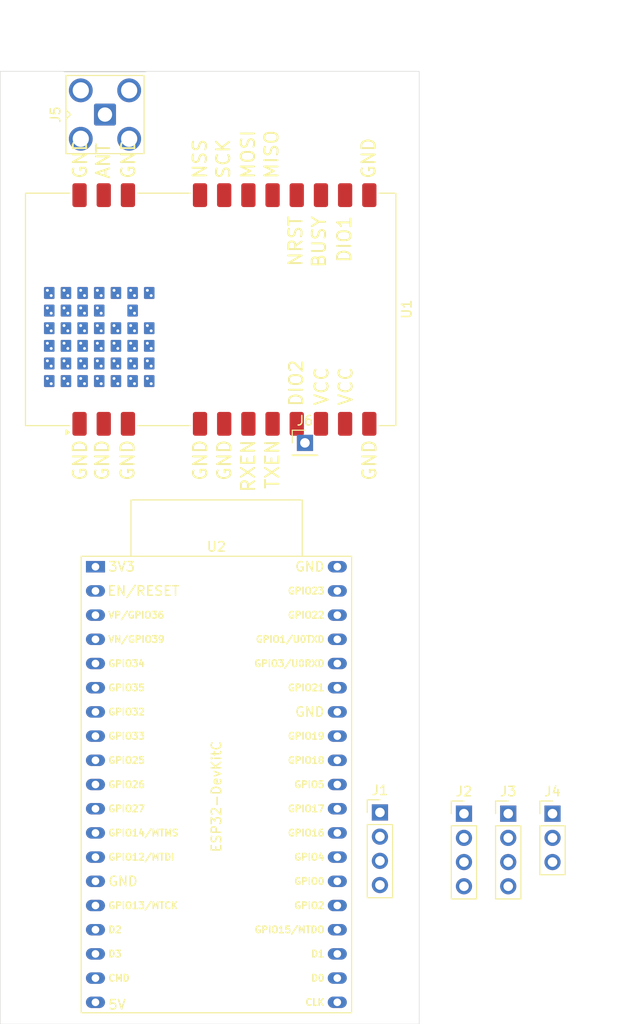
<source format=kicad_pcb>
(kicad_pcb (version 20240108) (generator "pcbnew") (generator_version "8.0")
  (layers (0 "F.Cu" signal) (31 "B.Cu" signal) (34 "B.Paste" user) (35 "F.Paste" user) (36 "B.SilkS" user "B.Silkscreen") (37 "F.SilkS" user "F.Silkscreen") (38 "B.Mask" user) (39 "F.Mask" user) (44 "Edge.Cuts" user))
  (net 0 "")
  (net 1 "GPS_TX")
  (net 2 "+3.3V")
  (net 3 "GND")
  (net 4 "GPS_RX")
  (net 5 "SDA")
  (net 6 "SCL")
  (net 7 "ONEWIRE")
  (net 9 "E22_BUSY")
  (net 10 "E22_RXEN")
  (net 11 "Net-(J5-In)")
  (net 12 "E22_NRST")
  (net 13 "Net-(J6-Pin_1)")
  (net 14 "MISO")
  (net 15 "MOSI")
  (net 16 "E22_SCK")
  (net 17 "+5V")
  (net 18 "E22_TXEN")
  (net 20 "E22_DIO1")
  (net 21 "E22_NSS")
  (net 28 "Net-(U2-MTDI{slash}GPIO12{slash}ADC2_CH5)")
  (footprint "Connector_PinHeader_2.54mm:PinHeader_1x03_P2.54mm_Vertical" (layer "F.Cu") (at 172 121.92)
    (property "Reference" "J4" (at 0 -2.33 0) (layer "F.SilkS"))
    (property "Value" "Conn_01x03_Socket")
    (fp_line (start -1.33 -1.33) (end 0 -1.33) (stroke (width 0.12)) (layer "F.SilkS"))
    (fp_line (start -1.33 0) (end -1.33 -1.33) (stroke (width 0.12)) (layer "F.SilkS"))
    (fp_line (start -1.33 1.27) (end -1.33 6.41) (stroke (width 0.12)) (layer "F.SilkS"))
    (fp_line (start -1.33 1.27) (end 1.33 1.27) (stroke (width 0.12)) (layer "F.SilkS"))
    (fp_line (start -1.33 6.41) (end 1.33 6.41) (stroke (width 0.12)) (layer "F.SilkS"))
    (fp_line (start 1.33 1.27) (end 1.33 6.41) (stroke (width 0.12)) (layer "F.SilkS"))
    (pad "1" thru_hole rect (at 0 0) (size 1.7 1.7) (drill 1) (layers "*.Cu" "*.Mask") (net 2 "+3.3V"))
    (pad "2" thru_hole oval (at 0 2.54) (size 1.7 1.7) (drill 1) (layers "*.Cu" "*.Mask") (net 3 "GND"))
    (pad "3" thru_hole oval (at 0 5.08) (size 1.7 1.7) (drill 1) (layers "*.Cu" "*.Mask") (net 7 "ONEWIRE"))
  )
  (footprint "Connector_PinHeader_2.54mm:PinHeader_1x04_P2.54mm_Vertical" (layer "F.Cu") (at 162.7 121.92)
    (property "Reference" "J2" (at 0 -2.33 0) (layer "F.SilkS"))
    (property "Value" "Conn_01x04_Socket")
    (fp_line (start -1.33 -1.33) (end 0 -1.33) (stroke (width 0.12)) (layer "F.SilkS"))
    (fp_line (start -1.33 0) (end -1.33 -1.33) (stroke (width 0.12)) (layer "F.SilkS"))
    (fp_line (start -1.33 1.27) (end -1.33 8.95) (stroke (width 0.12)) (layer "F.SilkS"))
    (fp_line (start -1.33 1.27) (end 1.33 1.27) (stroke (width 0.12)) (layer "F.SilkS"))
    (fp_line (start -1.33 8.95) (end 1.33 8.95) (stroke (width 0.12)) (layer "F.SilkS"))
    (fp_line (start 1.33 1.27) (end 1.33 8.95) (stroke (width 0.12)) (layer "F.SilkS"))
    (pad "1" thru_hole rect (at 0 0) (size 1.7 1.7) (drill 1) (layers "*.Cu" "*.Mask") (net 2 "+3.3V"))
    (pad "2" thru_hole oval (at 0 2.54) (size 1.7 1.7) (drill 1) (layers "*.Cu" "*.Mask") (net 3 "GND"))
    (pad "3" thru_hole oval (at 0 5.08) (size 1.7 1.7) (drill 1) (layers "*.Cu" "*.Mask") (net 6 "SCL"))
    (pad "4" thru_hole oval (at 0 7.62) (size 1.7 1.7) (drill 1) (layers "*.Cu" "*.Mask") (net 5 "SDA"))
  )
  (footprint "Connector_PinHeader_2.54mm:PinHeader_1x04_P2.54mm_Vertical" (layer "F.Cu") (at 167.35 121.92)
    (property "Reference" "J3" (at 0 -2.33 0) (layer "F.SilkS"))
    (property "Value" "Conn_01x04_Socket")
    (fp_line (start -1.33 -1.33) (end 0 -1.33) (stroke (width 0.12)) (layer "F.SilkS"))
    (fp_line (start -1.33 0) (end -1.33 -1.33) (stroke (width 0.12)) (layer "F.SilkS"))
    (fp_line (start -1.33 1.27) (end -1.33 8.95) (stroke (width 0.12)) (layer "F.SilkS"))
    (fp_line (start -1.33 1.27) (end 1.33 1.27) (stroke (width 0.12)) (layer "F.SilkS"))
    (fp_line (start -1.33 8.95) (end 1.33 8.95) (stroke (width 0.12)) (layer "F.SilkS"))
    (fp_line (start 1.33 1.27) (end 1.33 8.95) (stroke (width 0.12)) (layer "F.SilkS"))
    (pad "1" thru_hole rect (at 0 0) (size 1.7 1.7) (drill 1) (layers "*.Cu" "*.Mask") (net 2 "+3.3V"))
    (pad "2" thru_hole oval (at 0 2.54) (size 1.7 1.7) (drill 1) (layers "*.Cu" "*.Mask") (net 3 "GND"))
    (pad "3" thru_hole oval (at 0 5.08) (size 1.7 1.7) (drill 1) (layers "*.Cu" "*.Mask") (net 6 "SCL"))
    (pad "4" thru_hole oval (at 0 7.62) (size 1.7 1.7) (drill 1) (layers "*.Cu" "*.Mask") (net 5 "SDA"))
  )
  (footprint "Connector_PinHeader_2.54mm:PinHeader_1x01_P2.54mm_Vertical" (layer "F.Cu") (at 146 83)
    (property "Reference" "J6" (at 0 -2.33 0) (layer "F.SilkS"))
    (property "Value" "Conn_01x01_Socket")
    (fp_line (start -1.33 -1.33) (end 0 -1.33) (stroke (width 0.12)) (layer "F.SilkS"))
    (fp_line (start -1.33 0) (end -1.33 -1.33) (stroke (width 0.12)) (layer "F.SilkS"))
    (fp_line (start -1.33 1.27) (end -1.33 1.33) (stroke (width 0.12)) (layer "F.SilkS"))
    (fp_line (start -1.33 1.27) (end 1.33 1.27) (stroke (width 0.12)) (layer "F.SilkS"))
    (fp_line (start -1.33 1.33) (end 1.33 1.33) (stroke (width 0.12)) (layer "F.SilkS"))
    (fp_line (start 1.33 1.27) (end 1.33 1.33) (stroke (width 0.12)) (layer "F.SilkS"))
    (pad "1" thru_hole rect (at 0 0) (size 1.7 1.7) (drill 1) (layers "*.Cu" "*.Mask") (net 13 "Net-(J6-Pin_1)"))
  )
  (footprint "Connector_Coaxial:SMA_Amphenol_901-143_Horizontal" (layer "F.Cu") (at 125 48.54)
    (property "Reference" "J5" (at -5.2 0 90) (layer "F.SilkS"))
    (property "Value" "SMA")
    (fp_line (start -4.1 -4.1) (end -4.1 4.1) (stroke (width 0.12)) (layer "F.SilkS"))
    (fp_line (start -4.1 -4.1) (end 4.1 -4.1) (stroke (width 0.12)) (layer "F.SilkS"))
    (fp_line (start -4.1 0.5) (end -3.6 0) (stroke (width 0.12)) (layer "F.SilkS"))
    (fp_line (start -4.1 4.1) (end 4.1 4.1) (stroke (width 0.12)) (layer "F.SilkS"))
    (fp_line (start -3.6 0) (end -4.1 -0.5) (stroke (width 0.12)) (layer "F.SilkS"))
    (fp_line (start 4.1 -4.1) (end 4.1 4.1) (stroke (width 0.12)) (layer "F.SilkS"))
    (fp_line (start 4.3 -4.5) (end -4.3 -4.5) (stroke (width 0.1)) (layer "Edge.Cuts"))
    (pad "1" thru_hole roundrect (at 0 0) (size 2.3 2.3) (drill 1.5) (layers "*.Cu" "*.Mask") (roundrect_rratio 0.087) (net 11 "Net-(J5-In)"))
    (pad "2" thru_hole circle (at -2.54 -2.54) (size 2.5 2.5) (drill 1.7) (layers "*.Cu" "*.Mask"))
    (pad "2" thru_hole circle (at -2.54 2.54) (size 2.5 2.5) (drill 1.7) (layers "*.Cu" "*.Mask"))
    (pad "2" thru_hole circle (at 2.54 -2.54) (size 2.5 2.5) (drill 1.7) (layers "*.Cu" "*.Mask"))
    (pad "2" thru_hole circle (at 2.54 2.54) (size 2.5 2.5) (drill 1.7) (layers "*.Cu" "*.Mask"))
  )
  (footprint "E22:E22-400M33S" (layer "F.Cu") (at 133.1 68.99 90)
    (property "Reference" "U1" (at 0.02 23.58 90) (layer "F.SilkS"))
    (property "Value" "E22-40033S")
    (fp_line (start 12.2 -16.45) (end -12.2 -16.45) (stroke (width 0.12)) (layer "F.SilkS"))
    (fp_line (start 12.2 -11.8) (end 12.2 -16.45) (stroke (width 0.12)) (layer "F.SilkS"))
    (fp_line (start -12.2 -11.8) (end -12.2 -16.45) (stroke (width 0.12)) (layer "F.SilkS"))
    (fp_line (start 12.2 0.85) (end 12.2 -4.65) (stroke (width 0.12)) (layer "F.SilkS"))
    (fp_line (start -12.2 0.85) (end -12.2 -4.65) (stroke (width 0.12)) (layer "F.SilkS"))
    (fp_line (start 12.2 20.7) (end 12.2 22.45) (stroke (width 0.12)) (layer "F.SilkS"))
    (fp_line (start -12.2 20.7) (end -12.2 22.45) (stroke (width 0.12)) (layer "F.SilkS"))
    (fp_line (start 12.2 22.45) (end -12.2 22.45) (stroke (width 0.12)) (layer "F.SilkS"))
    (fp_poly (pts (xy -12.9 -11.85) (xy -13.14 -12.186) (xy -12.66 -12.186) (xy -12.9 -11.85)) (stroke (width 0.12)) (fill solid) (layer "F.SilkS"))
    (fp_text user "MISO" (at 13.6 10.2063 90) (layer "F.SilkS") (effects (font (size 1.4 1.4) (thickness 0.2)) (justify left bottom)))
    (fp_text user "VCC" (at -10.2 18 90) (layer "F.SilkS") (effects (font (size 1.4 1.4) (thickness 0.2)) (justify left bottom)))
    (fp_text user "GND" (at -18.1 5.25135 90) (layer "F.SilkS") (effects (font (size 1.4 1.4) (thickness 0.2)) (justify left bottom)))
    (fp_text user "RXEN" (at -19.3 7.75447 90) (layer "F.SilkS") (effects (font (size 1.4 1.4) (thickness 0.2)) (justify left bottom)))
    (fp_text user "NRST" (at 4.4 12.73113 90) (layer "F.SilkS") (effects (font (size 1.4 1.4) (thickness 0.2)) (justify left bottom)))
    (fp_text user "NSS" (at 13.6 2.67582 90) (layer "F.SilkS") (effects (font (size 1.4 1.4) (thickness 0.2)) (justify left bottom)))
    (fp_text user "GND" (at 13.6 20.404 90) (layer "F.SilkS") (effects (font (size 1.4 1.4) (thickness 0.2)) (justify left bottom)))
    (fp_text user "TXEN" (at -18.966667 10.2876 90) (layer "F.SilkS") (effects (font (size 1.4 1.4) (thickness 0.2)) (justify left bottom)))
    (fp_text user "GND" (at -18.1 -4.9044 90) (layer "F.SilkS") (effects (font (size 1.4 1.4) (thickness 0.2)) (justify left bottom)))
    (fp_text user "DIO2" (at -10.3 12.8 90) (layer "F.SilkS") (effects (font (size 1.4 1.4) (thickness 0.2)) (justify left bottom)))
    (fp_text user "DIO1" (at 4.8 17.85678 90) (layer "F.SilkS") (effects (font (size 1.4 1.4) (thickness 0.2)) (justify left bottom)))
    (fp_text user "VCC" (at -10.2 15.46687 90) (layer "F.SilkS") (effects (font (size 1.4 1.4) (thickness 0.2)) (justify left bottom)))
    (fp_text user "MOSI" (at 13.6 7.74147 90) (layer "F.SilkS") (effects (font (size 1.4 1.4) (thickness 0.2)) (justify left bottom)))
    (fp_text user "GND" (at -18.1 -7.5775 90) (layer "F.SilkS") (effects (font (size 1.4 1.4) (thickness 0.2)) (justify left bottom)))
    (fp_text user "GND" (at 13.6 -9.9 90) (layer "F.SilkS") (effects (font (size 1.4 1.4) (thickness 0.2)) (justify left bottom)))
    (fp_text user "ANT" (at 13.6 -7.47273 90) (layer "F.SilkS") (effects (font (size 1.4 1.4) (thickness 0.2)) (justify left bottom)))
    (fp_text user "BUSY" (at 4.266667 15.19595 90) (layer "F.SilkS") (effects (font (size 1.4 1.4) (thickness 0.2)) (justify left bottom)))
    (fp_text user "GND" (at -18.1 20.49511 90) (layer "F.SilkS") (effects (font (size 1.4 1.4) (thickness 0.2)) (justify left bottom)))
    (fp_text user "GND" (at 13.6 -4.8314 90) (layer "F.SilkS") (effects (font (size 1.4 1.4) (thickness 0.2)) (justify left bottom)))
    (fp_text user "SCK" (at 13.6 5.14065 90) (layer "F.SilkS") (effects (font (size 1.4 1.4) (thickness 0.2)) (justify left bottom)))
    (fp_text user "GND" (at -18.1 2.71822 90) (layer "F.SilkS") (effects (font (size 1.4 1.4) (thickness 0.2)) (justify left bottom)))
    (fp_text user "GND" (at -18.1 -9.9 90) (layer "F.SilkS") (effects (font (size 1.4 1.4) (thickness 0.2)) (justify left bottom)))
    (pad "1" smd roundrect (at -12.01 -10.77 270) (size 2.5 1.5) (layers "F.Cu" "F.Paste" "F.Mask") (roundrect_rratio 0.1666666667) (net 3 "GND"))
    (pad "2" smd roundrect (at -12.01 -8.23 270) (size 2.5 1.5) (layers "F.Cu" "F.Paste" "F.Mask") (roundrect_rratio 0.1666666667) (net 3 "GND"))
    (pad "3" smd roundrect (at -12.01 -5.69 270) (size 2.5 1.5) (layers "F.Cu" "F.Paste" "F.Mask") (roundrect_rratio 0.1666666667) (net 3 "GND"))
    (pad "4" smd roundrect (at -12.01 1.88 270) (size 2.5 1.5) (layers "F.Cu" "F.Paste" "F.Mask") (roundrect_rratio 0.1666666667) (net 3 "GND"))
    (pad "5" smd roundrect (at -12.01 4.42 270) (size 2.5 1.5) (layers "F.Cu" "F.Paste" "F.Mask") (roundrect_rratio 0.1666666667) (net 3 "GND"))
    (pad "6" smd roundrect (at -12.01 6.96 270) (size 2.5 1.5) (layers "F.Cu" "F.Paste" "F.Mask") (roundrect_rratio 0.1666666667) (net 10 "E22_RXEN"))
    (pad "7" smd roundrect (at -12.01 9.5 270) (size 2.5 1.5) (layers "F.Cu" "F.Paste" "F.Mask") (roundrect_rratio 0.1666666667) (net 18 "E22_TXEN"))
    (pad "8" smd roundrect (at -12.01 12.04 270) (size 2.5 1.5) (layers "F.Cu" "F.Paste" "F.Mask") (roundrect_rratio 0.1666666667) (net 13 "Net-(J6-Pin_1)"))
    (pad "9" smd roundrect (at -12.01 14.58 270) (size 2.5 1.5) (layers "F.Cu" "F.Paste" "F.Mask") (roundrect_rratio 0.1666666667) (net 17 "+5V"))
    (pad "10" smd roundrect (at -12.01 17.12 270) (size 2.5 1.5) (layers "F.Cu" "F.Paste" "F.Mask") (roundrect_rratio 0.1666666667) (net 17 "+5V"))
    (pad "11" smd roundrect (at -12.01 19.66 270) (size 2.5 1.5) (layers "F.Cu" "F.Paste" "F.Mask") (roundrect_rratio 0.1666666667) (net 3 "GND"))
    (pad "12" smd roundrect (at 11.99 19.66 270) (size 2.5 1.5) (layers "F.Cu" "F.Paste" "F.Mask") (roundrect_rratio 0.1666666667) (net 3 "GND"))
    (pad "13" smd roundrect (at 11.99 17.12 270) (size 2.5 1.5) (layers "F.Cu" "F.Paste" "F.Mask") (roundrect_rratio 0.1666666667) (net 20 "E22_DIO1"))
    (pad "14" smd roundrect (at 11.99 14.58 270) (size 2.5 1.5) (layers "F.Cu" "F.Paste" "F.Mask") (roundrect_rratio 0.1666666667) (net 9 "E22_BUSY"))
    (pad "15" smd roundrect (at 11.99 12.04 270) (size 2.5 1.5) (layers "F.Cu" "F.Paste" "F.Mask") (roundrect_rratio 0.1666666667) (net 12 "E22_NRST"))
    (pad "16" smd roundrect (at 11.99 9.5 270) (size 2.5 1.5) (layers "F.Cu" "F.Paste" "F.Mask") (roundrect_rratio 0.1666666667) (net 14 "MISO"))
    (pad "17" smd roundrect (at 11.99 6.96 270) (size 2.5 1.5) (layers "F.Cu" "F.Paste" "F.Mask") (roundrect_rratio 0.1666666667) (net 15 "MOSI"))
    (pad "18" smd roundrect (at 11.99 4.42 270) (size 2.5 1.5) (layers "F.Cu" "F.Paste" "F.Mask") (roundrect_rratio 0.1666666667) (net 16 "E22_SCK"))
    (pad "19" smd roundrect (at 11.99 1.88 270) (size 2.5 1.5) (layers "F.Cu" "F.Paste" "F.Mask") (roundrect_rratio 0.1666666667) (net 21 "E22_NSS"))
    (pad "20" smd roundrect (at 11.99 -5.69 270) (size 2.5 1.5) (layers "F.Cu" "F.Paste" "F.Mask") (roundrect_rratio 0.1666666667) (net 3 "GND"))
    (pad "21" smd roundrect (at 11.99 -8.23 270) (size 2.5 1.5) (layers "F.Cu" "F.Paste" "F.Mask") (roundrect_rratio 0.1666666667) (net 11 "Net-(J5-In)"))
    (pad "22" smd roundrect (at 11.99 -10.77 270) (size 2.5 1.5) (layers "F.Cu" "F.Paste" "F.Mask") (roundrect_rratio 0.1666666667) (net 3 "GND"))
    (pad "TP" thru_hole circle (at -7.8 -13.75 90) (size 0.7 0.7) (drill 0.3) (property pad_prop_heatsink) (layers "*.Cu" "*.Mask"))
    (pad "TP" thru_hole circle (at -7.8 -12 90) (size 0.7 0.7) (drill 0.3) (property pad_prop_heatsink) (layers "*.Cu" "*.Mask"))
    (pad "TP" thru_hole circle (at -7.8 -10.25 90) (size 0.7 0.7) (drill 0.3) (property pad_prop_heatsink) (layers "*.Cu" "*.Mask"))
    (pad "TP" thru_hole circle (at -7.8 -8.5 90) (size 0.7 0.7) (drill 0.3) (property pad_prop_heatsink) (layers "*.Cu" "*.Mask"))
    (pad "TP" thru_hole circle (at -7.8 -6.75 90) (size 0.7 0.7) (drill 0.3) (property pad_prop_heatsink) (layers "*.Cu" "*.Mask"))
    (pad "TP" thru_hole circle (at -7.8 -5 90) (size 0.7 0.7) (drill 0.3) (property pad_prop_heatsink) (layers "*.Cu" "*.Mask"))
    (pad "TP" thru_hole circle (at -7.8 -3.25 90) (size 0.7 0.7) (drill 0.3) (property pad_prop_heatsink) (layers "*.Cu" "*.Mask"))
    (pad "TP" smd roundrect (at -7.525 -13.95 90) (size 1.25 1.1) (property pad_prop_heatsink) (layers "F.Cu" "F.Paste" "F.Mask") (roundrect_rratio 0.09090909091))
    (pad "TP" smd roundrect (at -7.525 -13.95 90) (size 1.25 1.1) (property pad_prop_heatsink) (layers "B.Cu" "B.Paste" "B.Mask") (roundrect_rratio 0.09090909091))
    (pad "TP" smd roundrect (at -7.525 -12.2 90) (size 1.25 1.1) (property pad_prop_heatsink) (layers "F.Cu" "F.Paste" "F.Mask") (roundrect_rratio 0.09090909091))
    (pad "TP" smd roundrect (at -7.525 -12.2 90) (size 1.25 1.1) (property pad_prop_heatsink) (layers "B.Cu" "B.Paste" "B.Mask") (roundrect_rratio 0.09090909091))
    (pad "TP" smd roundrect (at -7.525 -10.45 90) (size 1.25 1.1) (property pad_prop_heatsink) (layers "F.Cu" "F.Paste" "F.Mask") (roundrect_rratio 0.09090909091))
    (pad "TP" smd roundrect (at -7.525 -10.45 90) (size 1.25 1.1) (property pad_prop_heatsink) (layers "B.Cu" "B.Paste" "B.Mask") (roundrect_rratio 0.09090909091))
    (pad "TP" smd roundrect (at -7.525 -8.7 90) (size 1.25 1.1) (property pad_prop_heatsink) (layers "F.Cu" "F.Paste" "F.Mask") (roundrect_rratio 0.09090909091))
    (pad "TP" smd roundrect (at -7.525 -8.7 90) (size 1.25 1.1) (property pad_prop_heatsink) (layers "B.Cu" "B.Paste" "B.Mask") (roundrect_rratio 0.09090909091))
    (pad "TP" smd roundrect (at -7.525 -6.95 90) (size 1.25 1.1) (property pad_prop_heatsink) (layers "F.Cu" "F.Paste" "F.Mask") (roundrect_rratio 0.09090909091))
    (pad "TP" smd roundrect (at -7.525 -6.95 90) (size 1.25 1.1) (property pad_prop_heatsink) (layers "B.Cu" "B.Paste" "B.Mask") (roundrect_rratio 0.09090909091))
    (pad "TP" smd roundrect (at -7.525 -5.2 90) (size 1.25 1.1) (property pad_prop_heatsink) (layers "F.Cu" "F.Paste" "F.Mask") (roundrect_rratio 0.09090909091))
    (pad "TP" smd roundrect (at -7.525 -5.2 90) (size 1.25 1.1) (property pad_prop_heatsink) (layers "B.Cu" "B.Paste" "B.Mask") (roundrect_rratio 0.09090909091))
    (pad "TP" smd roundrect (at -7.525 -3.45 90) (size 1.25 1.1) (property pad_prop_heatsink) (layers "F.Cu" "F.Paste" "F.Mask") (roundrect_rratio 0.09090909091))
    (pad "TP" smd roundrect (at -7.525 -3.45 90) (size 1.25 1.1) (property pad_prop_heatsink) (layers "B.Cu" "B.Paste" "B.Mask") (roundrect_rratio 0.09090909091))
    (pad "TP" thru_hole circle (at -7.25 -14.15 90) (size 0.7 0.7) (drill 0.3) (property pad_prop_heatsink) (layers "*.Cu" "*.Mask"))
    (pad "TP" thru_hole circle (at -7.25 -12.4 90) (size 0.7 0.7) (drill 0.3) (property pad_prop_heatsink) (layers "*.Cu" "*.Mask"))
    (pad "TP" thru_hole circle (at -7.25 -10.65 90) (size 0.7 0.7) (drill 0.3) (property pad_prop_heatsink) (layers "*.Cu" "*.Mask"))
    (pad "TP" thru_hole circle (at -7.25 -8.9 90) (size 0.7 0.7) (drill 0.3) (property pad_prop_heatsink) (layers "*.Cu" "*.Mask"))
    (pad "TP" thru_hole circle (at -7.25 -7.15 90) (size 0.7 0.7) (drill 0.3) (property pad_prop_heatsink) (layers "*.Cu" "*.Mask"))
    (pad "TP" thru_hole circle (at -7.25 -5.4 90) (size 0.7 0.7) (drill 0.3) (property pad_prop_heatsink) (layers "*.Cu" "*.Mask"))
    (pad "TP" thru_hole circle (at -7.25 -3.65 90) (size 0.7 0.7) (drill 0.3) (property pad_prop_heatsink) (layers "*.Cu" "*.Mask"))
    (pad "TP" thru_hole circle (at -5.95 -13.75 90) (size 0.7 0.7) (drill 0.3) (property pad_prop_heatsink) (layers "*.Cu" "*.Mask"))
    (pad "TP" thru_hole circle (at -5.95 -12 90) (size 0.7 0.7) (drill 0.3) (property pad_prop_heatsink) (layers "*.Cu" "*.Mask"))
    (pad "TP" thru_hole circle (at -5.95 -10.25 90) (size 0.7 0.7) (drill 0.3) (property pad_prop_heatsink) (layers "*.Cu" "*.Mask"))
    (pad "TP" thru_hole circle (at -5.95 -8.5 90) (size 0.7 0.7) (drill 0.3) (property pad_prop_heatsink) (layers "*.Cu" "*.Mask"))
    (pad "TP" thru_hole circle (at -5.95 -6.75 90) (size 0.7 0.7) (drill 0.3) (property pad_prop_heatsink) (layers "*.Cu" "*.Mask"))
    (pad "TP" thru_hole circle (at -5.95 -5 90) (size 0.7 0.7) (drill 0.3) (property pad_prop_heatsink) (layers "*.Cu" "*.Mask"))
    (pad "TP" thru_hole circle (at -5.95 -3.25 90) (size 0.7 0.7) (drill 0.3) (property pad_prop_heatsink) (layers "*.Cu" "*.Mask"))
    (pad "TP" smd roundrect (at -5.675 -13.95 90) (size 1.25 1.1) (property pad_prop_heatsink) (layers "F.Cu" "F.Paste" "F.Mask") (roundrect_rratio 0.09090909091))
    (pad "TP" smd roundrect (at -5.675 -13.95 90) (size 1.25 1.1) (property pad_prop_heatsink) (layers "B.Cu" "B.Paste" "B.Mask") (roundrect_rratio 0.09090909091))
    (pad "TP" smd roundrect (at -5.675 -12.2 90) (size 1.25 1.1) (property pad_prop_heatsink) (layers "F.Cu" "F.Paste" "F.Mask") (roundrect_rratio 0.09090909091))
    (pad "TP" smd roundrect (at -5.675 -12.2 90) (size 1.25 1.1) (property pad_prop_heatsink) (layers "B.Cu" "B.Paste" "B.Mask") (roundrect_rratio 0.09090909091))
    (pad "TP" smd roundrect (at -5.675 -10.45 90) (size 1.25 1.1) (property pad_prop_heatsink) (layers "F.Cu" "F.Paste" "F.Mask") (roundrect_rratio 0.09090909091))
    (pad "TP" smd roundrect (at -5.675 -10.45 90) (size 1.25 1.1) (property pad_prop_heatsink) (layers "B.Cu" "B.Paste" "B.Mask") (roundrect_rratio 0.09090909091))
    (pad "TP" smd roundrect (at -5.675 -8.7 90) (size 1.25 1.1) (property pad_prop_heatsink) (layers "F.Cu" "F.Paste" "F.Mask") (roundrect_rratio 0.09090909091))
    (pad "TP" smd roundrect (at -5.675 -8.7 90) (size 1.25 1.1) (property pad_prop_heatsink) (layers "B.Cu" "B.Paste" "B.Mask") (roundrect_rratio 0.09090909091))
    (pad "TP" smd roundrect (at -5.675 -6.95 90) (size 1.25 1.1) (property pad_prop_heatsink) (layers "F.Cu" "F.Paste" "F.Mask") (roundrect_rratio 0.09090909091))
    (pad "TP" smd roundrect (at -5.675 -6.95 90) (size 1.25 1.1) (property pad_prop_heatsink) (layers "B.Cu" "B.Paste" "B.Mask") (roundrect_rratio 0.09090909091))
    (pad "TP" smd roundrect (at -5.675 -5.2 90) (size 1.25 1.1) (property pad_prop_heatsink) (layers "F.Cu" "F.Paste" "F.Mask") (roundrect_rratio 0.09090909091))
    (pad "TP" smd roundrect (at -5.675 -5.2 90) (size 1.25 1.1) (property pad_prop_heatsink) (layers "B.Cu" "B.Paste" "B.Mask") (roundrect_rratio 0.09090909091))
    (pad "TP" smd roundrect (at -5.675 -3.45 90) (size 1.25 1.1) (property pad_prop_heatsink) (layers "F.Cu" "F.Paste" "F.Mask") (roundrect_rratio 0.09090909091))
    (pad "TP" smd roundrect (at -5.675 -3.45 90) (size 1.25 1.1) (property pad_prop_heatsink) (layers "B.Cu" "B.Paste" "B.Mask") (roundrect_rratio 0.09090909091))
    (pad "TP" thru_hole circle (at -5.4 -14.15 90) (size 0.7 0.7) (drill 0.3) (property pad_prop_heatsink) (layers "*.Cu" "*.Mask"))
    (pad "TP" thru_hole circle (at -5.4 -12.4 90) (size 0.7 0.7) (drill 0.3) (property pad_prop_heatsink) (layers "*.Cu" "*.Mask"))
    (pad "TP" thru_hole circle (at -5.4 -10.65 90) (size 0.7 0.7) (drill 0.3) (property pad_prop_heatsink) (layers "*.Cu" "*.Mask"))
    (pad "TP" thru_hole circle (at -5.4 -8.9 90) (size 0.7 0.7) (drill 0.3) (property pad_prop_heatsink) (layers "*.Cu" "*.Mask"))
    (pad "TP" thru_hole circle (at -5.4 -7.15 90) (size 0.7 0.7) (drill 0.3) (property pad_prop_heatsink) (layers "*.Cu" "*.Mask"))
    (pad "TP" thru_hole circle (at -5.4 -5.4 90) (size 0.7 0.7) (drill 0.3) (property pad_prop_heatsink) (layers "*.Cu" "*.Mask"))
    (pad "TP" thru_hole circle (at -5.4 -3.65 90) (size 0.7 0.7) (drill 0.3) (property pad_prop_heatsink) (layers "*.Cu" "*.Mask"))
    (pad "TP" thru_hole circle (at -4.1 -13.75 90) (size 0.7 0.7) (drill 0.3) (property pad_prop_heatsink) (layers "*.Cu" "*.Mask"))
    (pad "TP" thru_hole circle (at -4.1 -12 90) (size 0.7 0.7) (drill 0.3) (property pad_prop_heatsink) (layers "*.Cu" "*.Mask"))
    (pad "TP" thru_hole circle (at -4.1 -10.25 90) (size 0.7 0.7) (drill 0.3) (property pad_prop_heatsink) (layers "*.Cu" "*.Mask"))
    (pad "TP" thru_hole circle (at -4.1 -8.5 90) (size 0.7 0.7) (drill 0.3) (property pad_prop_heatsink) (layers "*.Cu" "*.Mask"))
    (pad "TP" thru_hole circle (at -4.1 -6.75 90) (size 0.7 0.7) (drill 0.3) (property pad_prop_heatsink) (layers "*.Cu" "*.Mask"))
    (pad "TP" thru_hole circle (at -4.1 -5 90) (size 0.7 0.7) (drill 0.3) (property pad_prop_heatsink) (layers "*.Cu" "*.Mask"))
    (pad "TP" thru_hole circle (at -4.1 -3.25 90) (size 0.7 0.7) (drill 0.3) (property pad_prop_heatsink) (layers "*.Cu" "*.Mask"))
    (pad "TP" smd roundrect (at -3.825 -13.95 90) (size 1.25 1.1) (property pad_prop_heatsink) (layers "F.Cu" "F.Paste" "F.Mask") (roundrect_rratio 0.09090909091))
    (pad "TP" smd roundrect (at -3.825 -13.95 90) (size 1.25 1.1) (property pad_prop_heatsink) (layers "B.Cu" "B.Paste" "B.Mask") (roundrect_rratio 0.09090909091))
    (pad "TP" smd roundrect (at -3.825 -12.2 90) (size 1.25 1.1) (property pad_prop_heatsink) (layers "F.Cu" "F.Paste" "F.Mask") (roundrect_rratio 0.09090909091))
    (pad "TP" smd roundrect (at -3.825 -12.2 90) (size 1.25 1.1) (property pad_prop_heatsink) (layers "B.Cu" "B.Paste" "B.Mask") (roundrect_rratio 0.09090909091))
    (pad "TP" smd roundrect (at -3.825 -10.45 90) (size 1.25 1.1) (property pad_prop_heatsink) (layers "F.Cu" "F.Paste" "F.Mask") (roundrect_rratio 0.09090909091))
    (pad "TP" smd roundrect (at -3.825 -10.45 90) (size 1.25 1.1) (property pad_prop_heatsink) (layers "B.Cu" "B.Paste" "B.Mask") (roundrect_rratio 0.09090909091))
    (pad "TP" smd roundrect (at -3.825 -8.7 90) (size 1.25 1.1) (property pad_prop_heatsink) (layers "F.Cu" "F.Paste" "F.Mask") (roundrect_rratio 0.09090909091))
    (pad "TP" smd roundrect (at -3.825 -8.7 90) (size 1.25 1.1) (property pad_prop_heatsink) (layers "B.Cu" "B.Paste" "B.Mask") (roundrect_rratio 0.09090909091))
    (pad "TP" smd roundrect (at -3.825 -6.95 90) (size 1.25 1.1) (property pad_prop_heatsink) (layers "F.Cu" "F.Paste" "F.Mask") (roundrect_rratio 0.09090909091))
    (pad "TP" smd roundrect (at -3.825 -6.95 90) (size 1.25 1.1) (property pad_prop_heatsink) (layers "B.Cu" "B.Paste" "B.Mask") (roundrect_rratio 0.09090909091))
    (pad "TP" smd roundrect (at -3.825 -5.2 90) (size 1.25 1.1) (property pad_prop_heatsink) (layers "F.Cu" "F.Paste" "F.Mask") (roundrect_rratio 0.09090909091))
    (pad "TP" smd roundrect (at -3.825 -5.2 90) (size 1.25 1.1) (property pad_prop_heatsink) (layers "B.Cu" "B.Paste" "B.Mask") (roundrect_rratio 0.09090909091))
    (pad "TP" smd roundrect (at -3.825 -3.45 90) (size 1.25 1.1) (property pad_prop_heatsink) (layers "F.Cu" "F.Paste" "F.Mask") (roundrect_rratio 0.09090909091))
    (pad "TP" smd roundrect (at -3.825 -3.45 90) (size 1.25 1.1) (property pad_prop_heatsink) (layers "B.Cu" "B.Paste" "B.Mask") (roundrect_rratio 0.09090909091))
    (pad "TP" thru_hole circle (at -3.55 -14.15 90) (size 0.7 0.7) (drill 0.3) (property pad_prop_heatsink) (layers "*.Cu" "*.Mask"))
    (pad "TP" thru_hole circle (at -3.55 -12.4 90) (size 0.7 0.7) (drill 0.3) (property pad_prop_heatsink) (layers "*.Cu" "*.Mask"))
    (pad "TP" thru_hole circle (at -3.55 -10.65 90) (size 0.7 0.7) (drill 0.3) (property pad_prop_heatsink) (layers "*.Cu" "*.Mask"))
    (pad "TP" thru_hole circle (at -3.55 -8.9 90) (size 0.7 0.7) (drill 0.3) (property pad_prop_heatsink) (layers "*.Cu" "*.Mask"))
    (pad "TP" thru_hole circle (at -3.55 -7.15 90) (size 0.7 0.7) (drill 0.3) (property pad_prop_heatsink) (layers "*.Cu" "*.Mask"))
    (pad "TP" thru_hole circle (at -3.55 -5.4 90) (size 0.7 0.7) (drill 0.3) (property pad_prop_heatsink) (layers "*.Cu" "*.Mask"))
    (pad "TP" thru_hole circle (at -3.55 -3.65 90) (size 0.7 0.7) (drill 0.3) (property pad_prop_heatsink) (layers "*.Cu" "*.Mask"))
    (pad "TP" thru_hole circle (at -2.25 -13.75 90) (size 0.7 0.7) (drill 0.3) (property pad_prop_heatsink) (layers "*.Cu" "*.Mask"))
    (pad "TP" thru_hole circle (at -2.25 -12 90) (size 0.7 0.7) (drill 0.3) (property pad_prop_heatsink) (layers "*.Cu" "*.Mask"))
    (pad "TP" thru_hole circle (at -2.25 -10.25 90) (size 0.7 0.7) (drill 0.3) (property pad_prop_heatsink) (layers "*.Cu" "*.Mask"))
    (pad "TP" thru_hole circle (at -2.25 -8.5 90) (size 0.7 0.7) (drill 0.3) (property pad_prop_heatsink) (layers "*.Cu" "*.Mask"))
    (pad "TP" thru_hole circle (at -2.25 -6.75 90) (size 0.7 0.7) (drill 0.3) (property pad_prop_heatsink) (layers "*.Cu" "*.Mask"))
    (pad "TP" thru_hole circle (at -2.25 -5 90) (size 0.7 0.7) (drill 0.3) (property pad_prop_heatsink) (layers "*.Cu" "*.Mask"))
    (pad "TP" thru_hole circle (at -2.25 -3.25 90) (size 0.7 0.7) (drill 0.3) (property pad_prop_heatsink) (layers "*.Cu" "*.Mask"))
    (pad "TP" smd roundrect (at -1.975 -13.95 90) (size 1.25 1.1) (property pad_prop_heatsink) (layers "F.Cu" "F.Paste" "F.Mask") (roundrect_rratio 0.09090909091))
    (pad "TP" smd roundrect (at -1.975 -13.95 90) (size 1.25 1.1) (property pad_prop_heatsink) (layers "B.Cu" "B.Paste" "B.Mask") (roundrect_rratio 0.09090909091))
    (pad "TP" smd roundrect (at -1.975 -12.2 90) (size 1.25 1.1) (property pad_prop_heatsink) (layers "F.Cu" "F.Paste" "F.Mask") (roundrect_rratio 0.09090909091))
    (pad "TP" smd roundrect (at -1.975 -12.2 90) (size 1.25 1.1) (property pad_prop_heatsink) (layers "B.Cu" "B.Paste" "B.Mask") (roundrect_rratio 0.09090909091))
    (pad "TP" smd roundrect (at -1.975 -10.45 90) (size 1.25 1.1) (property pad_prop_heatsink) (layers "F.Cu" "F.Paste" "F.Mask") (roundrect_rratio 0.09090909091))
    (pad "TP" smd roundrect (at -1.975 -10.45 90) (size 1.25 1.1) (property pad_prop_heatsink) (layers "B.Cu" "B.Paste" "B.Mask") (roundrect_rratio 0.09090909091))
    (pad "TP" smd roundrect (at -1.975 -8.7 90) (size 1.25 1.1) (property pad_prop_heatsink) (layers "F.Cu" "F.Paste" "F.Mask") (roundrect_rratio 0.09090909091))
    (pad "TP" smd roundrect (at -1.975 -8.7 90) (size 1.25 1.1) (property pad_prop_heatsink) (layers "B.Cu" "B.Paste" "B.Mask") (roundrect_rratio 0.09090909091))
    (pad "TP" smd roundrect (at -1.975 -6.95 90) (size 1.25 1.1) (property pad_prop_heatsink) (layers "F.Cu" "F.Paste" "F.Mask") (roundrect_rratio 0.09090909091))
    (pad "TP" smd roundrect (at -1.975 -6.95 90) (size 1.25 1.1) (property pad_prop_heatsink) (layers "B.Cu" "B.Paste" "B.Mask") (roundrect_rratio 0.09090909091))
    (pad "TP" smd roundrect (at -1.975 -5.2 90) (size 1.25 1.1) (property pad_prop_heatsink) (layers "F.Cu" "F.Paste" "F.Mask") (roundrect_rratio 0.09090909091))
    (pad "TP" smd roundrect (at -1.975 -5.2 90) (size 1.25 1.1) (property pad_prop_heatsink) (layers "B.Cu" "B.Paste" "B.Mask") (roundrect_rratio 0.09090909091))
    (pad "TP" smd roundrect (at -1.975 -3.45 90) (size 1.25 1.1) (property pad_prop_heatsink) (layers "F.Cu" "F.Paste" "F.Mask") (roundrect_rratio 0.09090909091))
    (pad "TP" smd roundrect (at -1.975 -3.45 90) (size 1.25 1.1) (property pad_prop_heatsink) (layers "B.Cu" "B.Paste" "B.Mask") (roundrect_rratio 0.09090909091))
    (pad "TP" thru_hole circle (at -1.7 -14.15 90) (size 0.7 0.7) (drill 0.3) (property pad_prop_heatsink) (layers "*.Cu" "*.Mask"))
    (pad "TP" thru_hole circle (at -1.7 -12.4 90) (size 0.7 0.7) (drill 0.3) (property pad_prop_heatsink) (layers "*.Cu" "*.Mask"))
    (pad "TP" thru_hole circle (at -1.7 -10.65 90) (size 0.7 0.7) (drill 0.3) (property pad_prop_heatsink) (layers "*.Cu" "*.Mask"))
    (pad "TP" thru_hole circle (at -1.7 -8.9 90) (size 0.7 0.7) (drill 0.3) (property pad_prop_heatsink) (layers "*.Cu" "*.Mask"))
    (pad "TP" thru_hole circle (at -1.7 -7.15 90) (size 0.7 0.7) (drill 0.3) (property pad_prop_heatsink) (layers "*.Cu" "*.Mask"))
    (pad "TP" thru_hole circle (at -1.7 -5.4 90) (size 0.7 0.7) (drill 0.3) (property pad_prop_heatsink) (layers "*.Cu" "*.Mask"))
    (pad "TP" thru_hole circle (at -1.7 -3.65 90) (size 0.7 0.7) (drill 0.3) (property pad_prop_heatsink) (layers "*.Cu" "*.Mask"))
    (pad "TP" thru_hole circle (at -0.4 -13.75 90) (size 0.7 0.7) (drill 0.3) (property pad_prop_heatsink) (layers "*.Cu" "*.Mask"))
    (pad "TP" thru_hole circle (at -0.4 -12 90) (size 0.7 0.7) (drill 0.3) (property pad_prop_heatsink) (layers "*.Cu" "*.Mask"))
    (pad "TP" thru_hole circle (at -0.4 -10.25 90) (size 0.7 0.7) (drill 0.3) (property pad_prop_heatsink) (layers "*.Cu" "*.Mask"))
    (pad "TP" thru_hole circle (at -0.4 -8.5 90) (size 0.7 0.7) (drill 0.3) (property pad_prop_heatsink) (layers "*.Cu" "*.Mask"))
    (pad "TP" thru_hole circle (at -0.4 -5 90) (size 0.7 0.7) (drill 0.3) (property pad_prop_heatsink) (layers "*.Cu" "*.Mask"))
    (pad "TP" smd roundrect (at -0.125 -13.95 90) (size 1.25 1.1) (property pad_prop_heatsink) (layers "F.Cu" "F.Paste" "F.Mask") (roundrect_rratio 0.09090909091))
    (pad "TP" smd roundrect (at -0.125 -13.95 90) (size 1.25 1.1) (property pad_prop_heatsink) (layers "B.Cu" "B.Paste" "B.Mask") (roundrect_rratio 0.09090909091))
    (pad "TP" smd roundrect (at -0.125 -12.2 90) (size 1.25 1.1) (property pad_prop_heatsink) (layers "F.Cu" "F.Paste" "F.Mask") (roundrect_rratio 0.09090909091))
    (pad "TP" smd roundrect (at -0.125 -12.2 90) (size 1.25 1.1) (property pad_prop_heatsink) (layers "B.Cu" "B.Paste" "B.Mask") (roundrect_rratio 0.09090909091))
    (pad "TP" smd roundrect (at -0.125 -10.45 90) (size 1.25 1.1) (property pad_prop_heatsink) (layers "F.Cu" "F.Paste" "F.Mask") (roundrect_rratio 0.09090909091))
    (pad "TP" smd roundrect (at -0.125 -10.45 90) (size 1.25 1.1) (property pad_prop_heatsink) (layers "B.Cu" "B.Paste" "B.Mask") (roundrect_rratio 0.09090909091))
    (pad "TP" smd roundrect (at -0.125 -8.7 90) (size 1.25 1.1) (property pad_prop_heatsink) (layers "F.Cu" "F.Paste" "F.Mask") (roundrect_rratio 0.09090909091))
    (pad "TP" smd roundrect (at -0.125 -8.7 90) (size 1.25 1.1) (property pad_prop_heatsink) (layers "B.Cu" "B.Paste" "B.Mask") (roundrect_rratio 0.09090909091))
    (pad "TP" smd roundrect (at -0.125 -5.2 90) (size 1.25 1.1) (property pad_prop_heatsink) (layers "F.Cu" "F.Paste" "F.Mask") (roundrect_rratio 0.09090909091))
    (pad "TP" smd roundrect (at -0.125 -5.2 90) (size 1.25 1.1) (property pad_prop_heatsink) (layers "B.Cu" "B.Paste" "B.Mask") (roundrect_rratio 0.09090909091))
    (pad "TP" thru_hole circle (at 0.15 -14.15 90) (size 0.7 0.7) (drill 0.3) (property pad_prop_heatsink) (layers "*.Cu" "*.Mask"))
    (pad "TP" thru_hole circle (at 0.15 -12.4 90) (size 0.7 0.7) (drill 0.3) (property pad_prop_heatsink) (layers "*.Cu" "*.Mask"))
    (pad "TP" thru_hole circle (at 0.15 -10.65 90) (size 0.7 0.7) (drill 0.3) (property pad_prop_heatsink) (layers "*.Cu" "*.Mask"))
    (pad "TP" thru_hole circle (at 0.15 -8.9 90) (size 0.7 0.7) (drill 0.3) (property pad_prop_heatsink) (layers "*.Cu" "*.Mask"))
    (pad "TP" thru_hole circle (at 0.15 -5.4 90) (size 0.7 0.7) (drill 0.3) (property pad_prop_heatsink) (layers "*.Cu" "*.Mask"))
    (pad "TP" thru_hole circle (at 1.45 -13.75 90) (size 0.7 0.7) (drill 0.3) (property pad_prop_heatsink) (layers "*.Cu" "*.Mask"))
    (pad "TP" thru_hole circle (at 1.45 -12 90) (size 0.7 0.7) (drill 0.3) (property pad_prop_heatsink) (layers "*.Cu" "*.Mask"))
    (pad "TP" thru_hole circle (at 1.45 -10.25 90) (size 0.7 0.7) (drill 0.3) (property pad_prop_heatsink) (layers "*.Cu" "*.Mask"))
    (pad "TP" thru_hole circle (at 1.45 -8.5 90) (size 0.7 0.7) (drill 0.3) (property pad_prop_heatsink) (layers "*.Cu" "*.Mask"))
    (pad "TP" thru_hole circle (at 1.45 -6.75 90) (size 0.7 0.7) (drill 0.3) (property pad_prop_heatsink) (layers "*.Cu" "*.Mask"))
    (pad "TP" thru_hole circle (at 1.45 -5 90) (size 0.7 0.7) (drill 0.3) (property pad_prop_heatsink) (layers "*.Cu" "*.Mask"))
    (pad "TP" thru_hole circle (at 1.45 -3.25 90) (size 0.7 0.7) (drill 0.3) (property pad_prop_heatsink) (layers "*.Cu" "*.Mask"))
    (pad "TP" smd roundrect (at 1.725 -13.95 90) (size 1.25 1.1) (property pad_prop_heatsink) (layers "F.Cu" "F.Paste" "F.Mask") (roundrect_rratio 0.09090909091))
    (pad "TP" smd roundrect (at 1.725 -13.95 90) (size 1.25 1.1) (property pad_prop_heatsink) (layers "B.Cu" "B.Paste" "B.Mask") (roundrect_rratio 0.09090909091))
    (pad "TP" smd roundrect (at 1.725 -12.2 90) (size 1.25 1.1) (property pad_prop_heatsink) (layers "F.Cu" "F.Paste" "F.Mask") (roundrect_rratio 0.09090909091))
    (pad "TP" smd roundrect (at 1.725 -12.2 90) (size 1.25 1.1) (property pad_prop_heatsink) (layers "B.Cu" "B.Paste" "B.Mask") (roundrect_rratio 0.09090909091))
    (pad "TP" smd roundrect (at 1.725 -10.45 90) (size 1.25 1.1) (property pad_prop_heatsink) (layers "F.Cu" "F.Paste" "F.Mask") (roundrect_rratio 0.09090909091))
    (pad "TP" smd roundrect (at 1.725 -10.45 90) (size 1.25 1.1) (property pad_prop_heatsink) (layers "B.Cu" "B.Paste" "B.Mask") (roundrect_rratio 0.09090909091))
    (pad "TP" smd roundrect (at 1.725 -8.7 90) (size 1.25 1.1) (property pad_prop_heatsink) (layers "F.Cu" "F.Paste" "F.Mask") (roundrect_rratio 0.09090909091))
    (pad "TP" smd roundrect (at 1.725 -8.7 90) (size 1.25 1.1) (property pad_prop_heatsink) (layers "B.Cu" "B.Paste" "B.Mask") (roundrect_rratio 0.09090909091))
    (pad "TP" smd roundrect (at 1.725 -6.95 90) (size 1.25 1.1) (property pad_prop_heatsink) (layers "F.Cu" "F.Paste" "F.Mask") (roundrect_rratio 0.09090909091))
    (pad "TP" smd roundrect (at 1.725 -6.95 90) (size 1.25 1.1) (property pad_prop_heatsink) (layers "B.Cu" "B.Paste" "B.Mask") (roundrect_rratio 0.09090909091))
    (pad "TP" smd roundrect (at 1.725 -5.2 90) (size 1.25 1.1) (property pad_prop_heatsink) (layers "F.Cu" "F.Paste" "F.Mask") (roundrect_rratio 0.09090909091))
    (pad "TP" smd roundrect (at 1.725 -5.2 90) (size 1.25 1.1) (property pad_prop_heatsink) (layers "B.Cu" "B.Paste" "B.Mask") (roundrect_rratio 0.09090909091))
    (pad "TP" smd roundrect (at 1.725 -3.45 90) (size 1.25 1.1) (property pad_prop_heatsink) (layers "F.Cu" "F.Paste" "F.Mask") (roundrect_rratio 0.09090909091))
    (pad "TP" smd roundrect (at 1.725 -3.45 90) (size 1.25 1.1) (property pad_prop_heatsink) (layers "B.Cu" "B.Paste" "B.Mask") (roundrect_rratio 0.09090909091))
    (pad "TP" thru_hole circle (at 2 -14.15 90) (size 0.7 0.7) (drill 0.3) (property pad_prop_heatsink) (layers "*.Cu" "*.Mask"))
    (pad "TP" thru_hole circle (at 2 -12.4 90) (size 0.7 0.7) (drill 0.3) (property pad_prop_heatsink) (layers "*.Cu" "*.Mask"))
    (pad "TP" thru_hole circle (at 2 -10.65 90) (size 0.7 0.7) (drill 0.3) (property pad_prop_heatsink) (layers "*.Cu" "*.Mask"))
    (pad "TP" thru_hole circle (at 2 -8.9 90) (size 0.7 0.7) (drill 0.3) (property pad_prop_heatsink) (layers "*.Cu" "*.Mask"))
    (pad "TP" thru_hole circle (at 2 -7.15 90) (size 0.7 0.7) (drill 0.3) (property pad_prop_heatsink) (layers "*.Cu" "*.Mask"))
    (pad "TP" thru_hole circle (at 2 -5.4 90) (size 0.7 0.7) (drill 0.3) (property pad_prop_heatsink) (layers "*.Cu" "*.Mask"))
    (pad "TP" thru_hole circle (at 2 -3.65 90) (size 0.7 0.7) (drill 0.3) (property pad_prop_heatsink) (layers "*.Cu" "*.Mask"))
  )
  (footprint "Connector_PinHeader_2.54mm:PinHeader_1x04_P2.54mm_Vertical" (layer "F.Cu") (at 153.875 121.79188)
    (property "Reference" "J1" (at 0 -2.33 0) (layer "F.SilkS"))
    (property "Value" "Conn_01x04_Socket" (hide yes))
    (fp_line (start -1.33 -1.33) (end 0 -1.33) (stroke (width 0.12)) (layer "F.SilkS"))
    (fp_line (start -1.33 0) (end -1.33 -1.33) (stroke (width 0.12)) (layer "F.SilkS"))
    (fp_line (start -1.33 1.27) (end -1.33 8.95) (stroke (width 0.12)) (layer "F.SilkS"))
    (fp_line (start -1.33 1.27) (end 1.33 1.27) (stroke (width 0.12)) (layer "F.SilkS"))
    (fp_line (start -1.33 8.95) (end 1.33 8.95) (stroke (width 0.12)) (layer "F.SilkS"))
    (fp_line (start 1.33 1.27) (end 1.33 8.95) (stroke (width 0.12)) (layer "F.SilkS"))
    (pad "1" thru_hole rect (at 0 0) (size 1.7 1.7) (drill 1) (layers "*.Cu" "*.Mask") (net 2 "+3.3V"))
    (pad "2" thru_hole oval (at 0 2.54) (size 1.7 1.7) (drill 1) (layers "*.Cu" "*.Mask") (net 3 "GND"))
    (pad "3" thru_hole oval (at 0 5.08) (size 1.7 1.7) (drill 1) (layers "*.Cu" "*.Mask") (net 1 "GPS_TX"))
    (pad "4" thru_hole oval (at 0 7.62) (size 1.7 1.7) (drill 1) (layers "*.Cu" "*.Mask") (net 4 "GPS_RX"))
  )
  (footprint "E22:ESP32-DevKitC" (layer "F.Cu") (at 124 96)
    (property "Reference" "U2" (at 12.7 -2.1 0) (layer "F.SilkS"))
    (property "Value" "ESP32-DevKitC" (at 12.7 24.13 90) (layer "F.SilkS"))
    (fp_line (start -1.5 46.82) (end 26.899999 46.82) (stroke (width 0.12)) (layer "F.SilkS"))
    (fp_line (start -1.499999 -1.1) (end -1.5 46.82) (stroke (width 0.12)) (layer "F.SilkS"))
    (fp_line (start 3.73012 -7.01312) (end 21.71332 -7.01312) (stroke (width 0.12)) (layer "F.SilkS"))
    (fp_line (start 3.73012 -1.12032) (end 3.73012 -7.01312) (stroke (width 0.12)) (layer "F.SilkS"))
    (fp_line (start 21.71332 -7.01312) (end 21.71332 -1.12032) (stroke (width 0.12)) (layer "F.SilkS"))
    (fp_line (start 26.899999 46.82) (end 26.9 -1.1) (stroke (width 0.12)) (layer "F.SilkS"))
    (fp_line (start 26.9 -1.1) (end -1.499999 -1.1) (stroke (width 0.12)) (layer "F.SilkS"))
    (fp_text user "GPIO23" (at 24.13 2.54 0) (layer "F.SilkS") (effects (font (size 0.7 0.7)) (justify right)))
    (fp_text user "D1" (at 24.13 40.64 0) (layer "F.SilkS") (effects (font (size 0.7 0.7)) (justify right)))
    (fp_text user "GPIO5" (at 24.13 22.86 0) (layer "F.SilkS") (effects (font (size 0.7 0.7)) (justify right)))
    (fp_text user "VN/GPIO39" (at 1.27 7.62 0) (layer "F.SilkS") (effects (font (size 0.7 0.7)) (justify left)))
    (fp_text user "GPIO12/MTDI" (at 1.27 30.48 0) (layer "F.SilkS") (effects (font (size 0.7 0.7)) (justify left)))
    (fp_text user "GPIO3/U0RXD" (at 24.13 10.16 0) (layer "F.SilkS") (effects (font (size 0.7 0.7)) (justify right)))
    (fp_text user "D2" (at 1.27 38.1 0) (layer "F.SilkS") (effects (font (size 0.7 0.7)) (justify left)))
    (fp_text user "3V3" (at 1.27 0 0) (layer "F.SilkS") (effects (justify left)))
    (fp_text user "GPIO18" (at 24.13 20.32 0) (layer "F.SilkS") (effects (font (size 0.7 0.7)) (justify right)))
    (fp_text user "GPIO26" (at 1.27 22.86 0) (layer "F.SilkS") (effects (font (size 0.7 0.7)) (justify left)))
    (fp_text user "GPIO14/MTMS" (at 1.27 27.94 0) (layer "F.SilkS") (effects (font (size 0.7 0.7)) (justify left)))
    (fp_text user "GPIO13/MTCK" (at 1.27 35.56 0) (layer "F.SilkS") (effects (font (size 0.7 0.7)) (justify left)))
    (fp_text user "GPIO16" (at 24.13 27.94 0) (layer "F.SilkS") (effects (font (size 0.7 0.7)) (justify right)))
    (fp_text user "GPIO34" (at 1.27 10.16 0) (layer "F.SilkS") (effects (font (size 0.7 0.7)) (justify left)))
    (fp_text user "GND" (at 24.13 0 0) (layer "F.SilkS") (effects (justify right)))
    (fp_text user "GPIO25" (at 1.27 20.32 0) (layer "F.SilkS") (effects (font (size 0.7 0.7)) (justify left)))
    (fp_text user "EN/RESET" (at 8.88632 2.53728 0) (layer "F.SilkS") (effects (justify right)))
    (fp_text user "5V" (at 1.26632 45.97128 0) (layer "F.SilkS") (effects (justify left)))
    (fp_text user "GPIO15/MTDO" (at 24.13 38.1 0) (layer "F.SilkS") (effects (font (size 0.7 0.7)) (justify right)))
    (fp_text user "VP/GPIO36" (at 1.27 5.08 0) (layer "F.SilkS") (effects (font (size 0.7 0.7)) (justify left)))
    (fp_text user "GPIO19" (at 24.13 17.78 0) (layer "F.SilkS") (effects (font (size 0.7 0.7)) (justify right)))
    (fp_text user "GPIO27" (at 1.27 25.4 0) (layer "F.SilkS") (effects (font (size 0.7 0.7)) (justify left)))
    (fp_text user "GPIO35" (at 1.27 12.7 0) (layer "F.SilkS") (effects (font (size 0.7 0.7)) (justify left)))
    (fp_text user "D0" (at 24.13 43.18 0) (layer "F.SilkS") (effects (font (size 0.7 0.7)) (justify right)))
    (fp_text user "GPIO32" (at 1.27 15.24 0) (layer "F.SilkS") (effects (font (size 0.7 0.7)) (justify left)))
    (fp_text user "GPIO4" (at 24.13 30.48 0) (layer "F.SilkS") (effects (font (size 0.7 0.7)) (justify right)))
    (fp_text user "D3" (at 1.27 40.64 0) (layer "F.SilkS") (effects (font (size 0.7 0.7)) (justify left)))
    (fp_text user "GPIO2" (at 24.13 35.56 0) (layer "F.SilkS") (effects (font (size 0.7 0.7)) (justify right)))
    (fp_text user "GPIO0" (at 24.13 33.02 0) (layer "F.SilkS") (effects (font (size 0.7 0.7)) (justify right)))
    (fp_text user "GPIO22" (at 24.13 5.08 0) (layer "F.SilkS") (effects (font (size 0.7 0.7)) (justify right)))
    (fp_text user "GPIO21" (at 24.13 12.7 0) (layer "F.SilkS") (effects (font (size 0.7 0.7)) (justify right)))
    (fp_text user "GND" (at 24.13 15.24 0) (layer "F.SilkS") (effects (justify right)))
    (fp_text user "GPIO17" (at 24.13 25.4 0) (layer "F.SilkS") (effects (font (size 0.7 0.7)) (justify right)))
    (fp_text user "CMD" (at 1.27 43.18 0) (layer "F.SilkS") (effects (font (size 0.7 0.7)) (justify left)))
    (fp_text user "CLK" (at 24.13 45.72 0) (layer "F.SilkS") (effects (font (size 0.7 0.7)) (justify right)))
    (fp_text user "GPIO33" (at 1.27 17.78 0) (layer "F.SilkS") (effects (font (size 0.7 0.7)) (justify left)))
    (fp_text user "GPIO1/U0TXD" (at 24.13 7.62 0) (layer "F.SilkS") (effects (font (size 0.7 0.7)) (justify right)))
    (fp_text user "GND" (at 1.27 33.02 0) (layer "F.SilkS") (effects (justify left)))
    (pad "1" thru_hole rect (at 0 0 270) (size 1.2 2) (drill 0.8) (layers "*.Cu" "*.Mask") (net 2 "+3.3V"))
    (pad "2" thru_hole oval (at 0 2.54 270) (size 1.2 2) (drill 0.8) (layers "*.Cu" "*.Mask"))
    (pad "3" thru_hole oval (at 0 5.08 270) (size 1.2 2) (drill 0.8) (layers "*.Cu" "*.Mask"))
    (pad "4" thru_hole oval (at 0 7.62 270) (size 1.2 2) (drill 0.8) (layers "*.Cu" "*.Mask"))
    (pad "5" thru_hole oval (at 0 10.16 270) (size 1.2 2) (drill 0.8) (layers "*.Cu" "*.Mask"))
    (pad "6" thru_hole oval (at 0 12.7 270) (size 1.2 2) (drill 0.8) (layers "*.Cu" "*.Mask"))
    (pad "7" thru_hole oval (at 0 15.24 270) (size 1.2 2) (drill 0.8) (layers "*.Cu" "*.Mask"))
    (pad "8" thru_hole oval (at 0 17.78 270) (size 1.2 2) (drill 0.8) (layers "*.Cu" "*.Mask") (net 20 "E22_DIO1"))
    (pad "9" thru_hole oval (at 0 20.32 270) (size 1.2 2) (drill 0.8) (layers "*.Cu" "*.Mask") (net 7 "ONEWIRE"))
    (pad "10" thru_hole oval (at 0 22.86 270) (size 1.2 2) (drill 0.8) (layers "*.Cu" "*.Mask") (net 9 "E22_BUSY"))
    (pad "11" thru_hole oval (at 0 25.4 270) (size 1.2 2) (drill 0.8) (layers "*.Cu" "*.Mask") (net 12 "E22_NRST"))
    (pad "12" thru_hole oval (at 0 27.94 270) (size 1.2 2) (drill 0.8) (layers "*.Cu" "*.Mask") (net 10 "E22_RXEN"))
    (pad "13" thru_hole oval (at 0 30.48 270) (size 1.2 2) (drill 0.8) (layers "*.Cu" "*.Mask") (net 28 "Net-(U2-MTDI{slash}GPIO12{slash}ADC2_CH5)"))
    (pad "14" thru_hole oval (at 0 33.02 270) (size 1.2 2) (drill 0.8) (layers "*.Cu" "*.Mask") (net 3 "GND"))
    (pad "15" thru_hole oval (at 0 35.56 270) (size 1.2 2) (drill 0.8) (layers "*.Cu" "*.Mask") (net 18 "E22_TXEN"))
    (pad "16" thru_hole oval (at 0 38.1 270) (size 1.2 2) (drill 0.8) (layers "*.Cu" "*.Mask"))
    (pad "17" thru_hole oval (at 0 40.64 270) (size 1.2 2) (drill 0.8) (layers "*.Cu" "*.Mask"))
    (pad "18" thru_hole oval (at 0 43.18 270) (size 1.2 2) (drill 0.8) (layers "*.Cu" "*.Mask"))
    (pad "19" thru_hole oval (at 0 45.72 270) (size 1.2 2) (drill 0.8) (layers "*.Cu" "*.Mask") (net 17 "+5V"))
    (pad "20" thru_hole oval (at 25.39632 45.71728 270) (size 1.2 2) (drill 0.8) (layers "*.Cu" "*.Mask"))
    (pad "21" thru_hole oval (at 25.39632 43.17728 270) (size 1.2 2) (drill 0.8) (layers "*.Cu" "*.Mask"))
    (pad "22" thru_hole oval (at 25.4 40.64 270) (size 1.2 2) (drill 0.8) (layers "*.Cu" "*.Mask"))
    (pad "23" thru_hole oval (at 25.4 38.1 270) (size 1.2 2) (drill 0.8) (layers "*.Cu" "*.Mask"))
    (pad "24" thru_hole oval (at 25.4 35.56 270) (size 1.2 2) (drill 0.8) (layers "*.Cu" "*.Mask"))
    (pad "25" thru_hole oval (at 25.4 33.02 270) (size 1.2 2) (drill 0.8) (layers "*.Cu" "*.Mask"))
    (pad "26" thru_hole oval (at 25.4 30.48 270) (size 1.2 2) (drill 0.8) (layers "*.Cu" "*.Mask"))
    (pad "27" thru_hole oval (at 25.4 27.94 270) (size 1.2 2) (drill 0.8) (layers "*.Cu" "*.Mask") (net 4 "GPS_RX"))
    (pad "28" thru_hole oval (at 25.4 25.4 270) (size 1.2 2) (drill 0.8) (layers "*.Cu" "*.Mask") (net 1 "GPS_TX"))
    (pad "29" thru_hole oval (at 25.4 22.86 270) (size 1.2 2) (drill 0.8) (layers "*.Cu" "*.Mask") (net 21 "E22_NSS"))
    (pad "30" thru_hole oval (at 25.4 20.32 270) (size 1.2 2) (drill 0.8) (layers "*.Cu" "*.Mask") (net 16 "E22_SCK"))
    (pad "31" thru_hole oval (at 25.4 17.78 270) (size 1.2 2) (drill 0.8) (layers "*.Cu" "*.Mask") (net 14 "MISO"))
    (pad "32" thru_hole oval (at 25.4 15.24 270) (size 1.2 2) (drill 0.8) (layers "*.Cu" "*.Mask") (net 3 "GND"))
    (pad "33" thru_hole oval (at 25.4 12.7 270) (size 1.2 2) (drill 0.8) (layers "*.Cu" "*.Mask") (net 5 "SDA"))
    (pad "34" thru_hole oval (at 25.4 10.16 270) (size 1.2 2) (drill 0.8) (layers "*.Cu" "*.Mask"))
    (pad "35" thru_hole oval (at 25.4 7.62 270) (size 1.2 2) (drill 0.8) (layers "*.Cu" "*.Mask"))
    (pad "36" thru_hole oval (at 25.4 5.08 270) (size 1.2 2) (drill 0.8) (layers "*.Cu" "*.Mask") (net 6 "SCL"))
    (pad "37" thru_hole oval (at 25.4 2.54 270) (size 1.2 2) (drill 0.8) (layers "*.Cu" "*.Mask") (net 15 "MOSI"))
    (pad "38" thru_hole oval (at 25.4 0 270) (size 1.2 2) (drill 0.8) (layers "*.Cu" "*.Mask") (net 3 "GND"))
  )
  (gr_rect (start 114 44) (end 158 144) (stroke (width 0.05)) (fill none) (layer "Edge.Cuts"))
)
</source>
